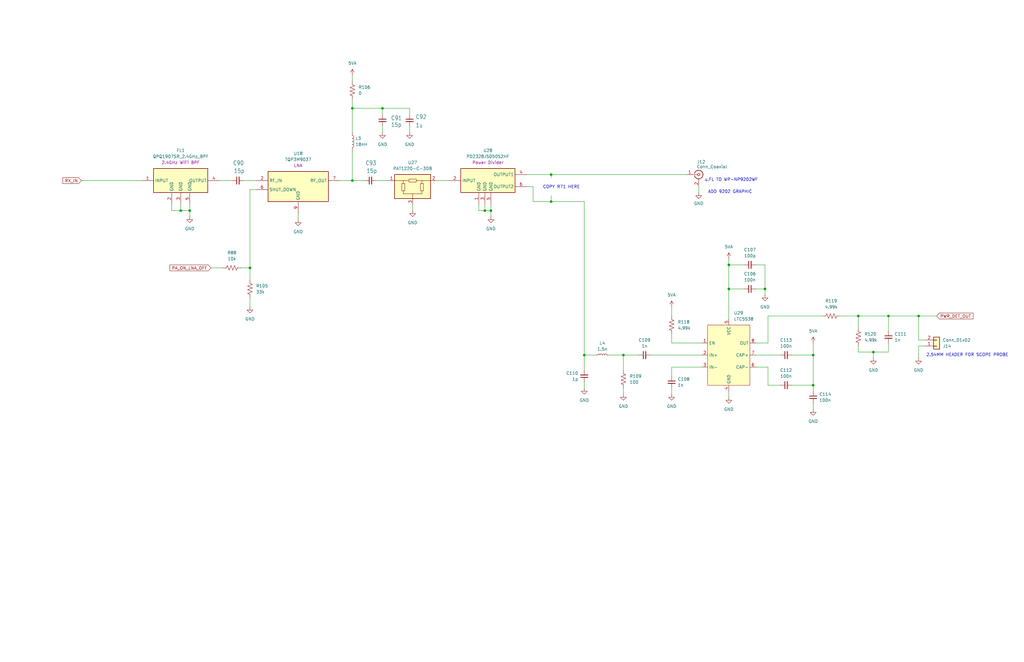
<source format=kicad_sch>
(kicad_sch (version 20250114) (generator "eeschema") (generator_version "9.0")
  (paper "B")
  (title_block (date "2025-05-28") (rev "2"))
  (lib_symbols
    (symbol "Connector:Conn_Coaxial" (pin_names (offset 1.016) (hide yes))
      (property "Reference" "J" (at 0.254 3.048 0))
      (property "Value" "Conn_Coaxial" (at 2.921 0 90))
      (symbol "Conn_Coaxial_0_1"
        (polyline (pts (xy -2.54 0) (xy -0.508 0)))
        (arc (start -1.778 0.508) (mid 0.222 1.8083) (end 1.778 0) (stroke (width 0.254)))
        (arc (start 1.778 0) (mid 0.222 -1.808) (end -1.778 -0.508) (stroke (width 0.254)))
        (circle (center 0 0) (radius 0.508) (stroke (width 0.2032)))
        (polyline (pts (xy 0 -2.54) (xy 0 -1.778)))
      )
      (symbol "Conn_Coaxial_1_1"
        (pin passive line (at -5.08 0 0) (length 2.54) (name "In") (number "1"))
        (pin passive line (at 0 -5.08 90) (length 2.54) (name "Ext") (number "2"))
      )
    )
    (symbol "Connector_Generic:Conn_01x02" (pin_names (offset 1.016) (hide yes))
      (property "Reference" "J" (at 0 2.54 0))
      (property "Value" "Conn_01x02" (at 0 -5.08 0))
      (symbol "Conn_01x02_1_1"
        (rectangle (start -1.27 1.27) (end 1.27 -3.81) (stroke (width 0.254)) (fill (type background)))
        (rectangle (start -1.27 0.127) (end 0 -0.127) (stroke (width 0.1524)))
        (rectangle (start -1.27 -2.413) (end 0 -2.667) (stroke (width 0.1524)))
        (pin passive line (at -5.08 0 0) (length 3.81) (name "Pin_1") (number "1"))
        (pin passive line (at -5.08 -2.54 0) (length 3.81) (name "Pin_2") (number "2"))
      )
    )
    (symbol "Device:C_Small" (pin_numbers (hide yes)) (pin_names (offset 0.254) (hide yes))
      (property "Reference" "C" (at 0.254 1.778 0))
      (property "Value" "C_Small" (at 0.254 -2.032 0))
      (symbol "C_Small_0_1"
        (polyline (pts (xy -1.524 0.508) (xy 1.524 0.508)) (stroke (width 0.3048)))
        (polyline (pts (xy -1.524 -0.508) (xy 1.524 -0.508)) (stroke (width 0.3302)))
      )
      (symbol "C_Small_1_1"
        (pin passive line (at 0 2.54 270) (length 2.032) (name "~") (number "1"))
        (pin passive line (at 0 -2.54 90) (length 2.032) (name "~") (number "2"))
      )
    )
    (symbol "Device:L" (pin_numbers (hide yes)) (pin_names (offset 1.016) (hide yes))
      (property "Reference" "L" (at -1.27 0 90))
      (property "Value" "L" (at 1.905 0 90))
      (symbol "L_0_1"
        (arc (start 0 2.54) (mid 0.6323 1.905) (end 0 1.27))
        (arc (start 0 1.27) (mid 0.6323 0.635) (end 0 0))
        (arc (start 0 0) (mid 0.6323 -0.635) (end 0 -1.27))
        (arc (start 0 -1.27) (mid 0.6323 -1.905) (end 0 -2.54))
      )
      (symbol "L_1_1"
        (pin passive line (at 0 3.81 270) (length 1.27) (name "1") (number "1"))
        (pin passive line (at 0 -3.81 90) (length 1.27) (name "2") (number "2"))
      )
    )
    (symbol "Device:L_Small" (pin_numbers (hide yes)) (pin_names (offset 0.254) (hide yes))
      (property "Reference" "L" (at 0.762 1.016 0))
      (property "Value" "L_Small" (at 0.762 -1.016 0))
      (symbol "L_Small_0_1"
        (arc (start 0 2.032) (mid 0.5058 1.524) (end 0 1.016))
        (arc (start 0 1.016) (mid 0.5058 0.508) (end 0 0))
        (arc (start 0 0) (mid 0.5058 -0.508) (end 0 -1.016))
        (arc (start 0 -1.016) (mid 0.5058 -1.524) (end 0 -2.032))
      )
      (symbol "L_Small_1_1"
        (pin passive line (at 0 2.54 270) (length 0.508) (name "~") (number "1"))
        (pin passive line (at 0 -2.54 90) (length 0.508) (name "~") (number "2"))
      )
    )
    (symbol "Device:R_US" (pin_numbers (hide yes)) (pin_names (offset 0))
      (property "Reference" "R" (at 2.54 0 90))
      (property "Value" "R_US" (at -2.54 0 90))
      (symbol "R_US_0_1"
        (polyline (pts (xy 0 2.286) (xy 0 2.54)))
        (polyline (pts (xy 0 2.286) (xy 1.016 1.905) (xy 0 1.524) (xy -1.016 1.143) (xy 0 0.762)))
        (polyline (pts (xy 0 0.762) (xy 1.016 0.381) (xy 0 0) (xy -1.016 -0.381) (xy 0 -0.762)))
        (polyline (pts (xy 0 -0.762) (xy 1.016 -1.143) (xy 0 -1.524) (xy -1.016 -1.905) (xy 0 -2.286)))
        (polyline (pts (xy 0 -2.286) (xy 0 -2.54)))
      )
      (symbol "R_US_1_1"
        (pin passive line (at 0 3.81 270) (length 1.27) (name "~") (number "1"))
        (pin passive line (at 0 -3.81 90) (length 1.27) (name "~") (number "2"))
      )
    )
    (symbol "RF:PAT1220-C-3DB"
      (property "Reference" "U" (at -6.35 6.35 0))
      (property "Value" "PAT1220-C-3DB" (at 5.08 6.35 0))
      (symbol "PAT1220-C-3DB_0_1"
        (rectangle (start -7.62 5.08) (end 7.62 -5.08) (stroke (width 0.254)) (fill (type background)))
        (polyline (pts (xy -3.937 1.27) (xy -3.937 2.54)))
        (polyline (pts (xy -3.937 -3.048) (xy 3.937 -3.048)))
        (polyline (pts (xy -1.524 2.54) (xy -7.62 2.54)))
        (polyline (pts (xy 0 -5.08) (xy 0 -3.048)))
        (polyline (pts (xy 3.937 1.27) (xy 3.937 2.54)))
        (pin passive line (at 0 -7.62 90) (length 2.54) (name "~") (number "3"))
      )
      (symbol "PAT1220-C-3DB_1_1"
        (rectangle (start -4.572 -1.778) (end -3.302 1.27))
        (polyline (pts (xy -3.937 -3.048) (xy -3.937 -1.778)))
        (rectangle (start -1.524 3.175) (end 1.524 1.905))
        (rectangle (start 3.302 -1.778) (end 4.572 1.27))
        (polyline (pts (xy 3.937 -3.048) (xy 3.937 -1.778)))
        (polyline (pts (xy 7.62 2.54) (xy 1.524 2.54)))
        (pin passive line (at -10.16 2.54 0) (length 2.54) (name "~") (number "1"))
        (pin passive line (at 10.16 2.54 180) (length 2.54) (name "~") (number "2"))
      )
    )
    (symbol "oresat-ics:LTC5538"
      (property "Reference" "U" (at 4.318 16.256 0))
      (property "Value" "LTC5538" (at 7.62 13.97 0))
      (symbol "LTC5538_1_1"
        (rectangle (start -8.89 12.7) (end 8.89 -12.7) (fill (type background)))
        (pin input line (at -11.43 5.08 0) (length 2.54) (name "EN") (number "1"))
        (pin bidirectional line (at -11.43 0 0) (length 2.54) (name "IN+") (number "2"))
        (pin bidirectional line (at -11.43 -5.08 0) (length 2.54) (name "IN-") (number "3"))
        (pin power_in line (at 0 15.24 270) (length 2.54) (name "VCC") (number "5"))
        (pin power_out line (at 0 -15.24 90) (length 2.54) (name "GND") (number "4"))
        (pin power_out line (at 0 -15.24 90) (length 2.54) (hide yes) (name "GND") (number "9"))
        (pin output line (at 11.43 5.08 180) (length 2.54) (name "OUT") (number "8"))
        (pin bidirectional line (at 11.43 0 180) (length 2.54) (name "CAP+") (number "7"))
        (pin bidirectional line (at 11.43 -5.08 180) (length 2.54) (name "CAP-") (number "6"))
      )
    )
    (symbol "oresat-ics:PD2328J5050S2HF"
      (property "Reference" "U25" (at 15.494 9.906 0))
      (property "Value" "PD2328J5050S2HF" (at 16.764 7.112 0))
      (property "Description" "Power Divider 50ohm 2300 - 2800 MHz" (at 15.748 4.572 0))
      (symbol "PD2328J5050S2HF_1_1"
        (rectangle (start 5.08 2.54) (end 27.94 -7.62) (stroke (width 0.254)) (fill (type background)))
        (pin passive line (at 0 -2.54 0) (length 5.08) (name "INPUT") (number "2"))
        (pin passive line (at 12.7 -12.7 90) (length 5.08) (name "GND") (number "1"))
        (pin passive line (at 15.24 -12.7 90) (length 5.08) (name "GND") (number "3"))
        (pin passive line (at 17.78 -12.7 90) (length 5.08) (name "GND") (number "5"))
        (pin passive line (at 33.02 0 180) (length 5.08) (name "OUTPUT1") (number "4"))
        (pin passive line (at 33.02 -5.08 180) (length 5.08) (name "OUTPUT2") (number "6"))
      )
    )
    (symbol "oresat-ics:QPQ1907SR_2.4GHz_BPF"
      (property "Reference" "FL1" (at 17.018 9.398 0))
      (property "Value" "QPQ1907SR_2.4GHz_BPF" (at 16.764 6.858 0))
      (property "Description" "2.4GHz WiFi BPF" (at 15.24 4.318 0))
      (symbol "QPQ1907SR_2.4GHz_BPF_1_1"
        (rectangle (start 5.08 2.54) (end 27.94 -7.62) (stroke (width 0.254)) (fill (type background)))
        (pin passive line (at 0 -2.54 0) (length 5.08) (name "INPUT") (number "1"))
        (pin passive line (at 12.7 -12.7 90) (length 5.08) (name "GND") (number "2"))
        (pin passive line (at 16.51 -12.7 90) (length 5.08) (name "GND") (number "3"))
        (pin passive line (at 20.32 -12.7 90) (length 5.08) (name "GND") (number "5"))
        (pin passive line (at 33.02 -2.54 180) (length 5.08) (name "OUTPUT") (number "4"))
      )
    )
    (symbol "oresat-ics:TQP3M9037_1"
      (property "Reference" "U26" (at 17.272 -4.572 0))
      (property "Value" "TQP3M9037" (at 16.764 -7.62 0))
      (property "Description" "LNA" (at 16.51 -10.16 0))
      (symbol "TQP3M9037_1_1_1"
        (rectangle (start 5.08 -12.7) (end 30.48 -25.4) (stroke (width 0.254)) (fill (type background)))
        (pin passive line (at 0 -16.51 0) (length 5.08) (name "RF_IN") (number "2"))
        (pin passive line (at 0 -20.32 0) (length 5.08) (name "SHUT_DOWN") (number "6"))
        (pin passive line (at 17.78 -30.48 90) (length 5.08) (name "GND") (number "9"))
        (pin no_connect line (at 22.86 -30.48 90) (length 5.08) (hide yes) (name "NC_3") (number "4"))
        (pin no_connect line (at 25.4 -30.48 90) (length 5.08) (hide yes) (name "NC_2") (number "3"))
        (pin no_connect line (at 29.21 -30.48 90) (length 5.08) (hide yes) (name "NC_1") (number "1"))
        (pin passive line (at 35.56 -16.51 180) (length 5.08) (name "RF_OUT") (number "7"))
        (pin no_connect line (at 35.56 -21.59 180) (length 5.08) (hide yes) (name "NC_4") (number "5"))
        (pin no_connect line (at 35.56 -24.13 180) (length 5.08) (hide yes) (name "NC_5") (number "8"))
      )
    )
    (symbol "oresat-power:5VA" (power) (pin_names (offset 0))
      (property "Value" "5VA" (at 0 3.556 0))
      (symbol "5VA_0_1"
        (polyline (pts (xy -0.762 1.27) (xy 0 2.54)))
        (polyline (pts (xy 0 2.54) (xy 0.762 1.27)))
        (polyline (pts (xy 0 0) (xy 0 2.54)))
      )
      (symbol "5VA_1_1"
        (pin power_in line (at 0 0 90) (length 0) (hide yes) (name "5VA") (number "1"))
      )
    )
    (symbol "power:GND" (power) (pin_numbers (hide yes)) (pin_names (offset 0) (hide yes))
      (property "Value" "GND" (at 0 -3.81 0))
      (symbol "GND_0_1"
        (polyline (pts (xy 0 0) (xy 0 -1.27) (xy 1.27 -1.27) (xy 0 -2.54) (xy -1.27 -1.27) (xy 0 -1.27)))
      )
      (symbol "GND_1_1"
        (pin power_in line (at 0 0 270) (length 0) (name "~") (number "1"))
      )
    )
  )
  (text "u.FL TO WP-NP9202WF" (at 308.356 75.946 0) (effects (font (size 1.27 1.27))))
  (text "2.54MM HEADER FOR SCOPE PROBE" (at 407.924 149.86 0) (effects (font (size 1.27 1.27))))
  (text "ADD 9202 GRAPHIC" (at 307.848 81.026 0) (effects (font (size 1.27 1.27))))
  (text "COPY R71 HERE\n" (at 236.728 78.994 0) (effects (font (size 1.27 1.27))))
  (junction (at 262.89 149.86))
  (junction (at 374.65 133.35))
  (junction (at 342.9 149.86))
  (junction (at 361.95 133.35))
  (junction (at 207.01 88.9))
  (junction (at 246.38 149.86))
  (junction (at 148.59 45.72))
  (junction (at 105.41 113.03))
  (junction (at 368.3 148.59))
  (junction (at 80.01 88.9))
  (junction (at 322.58 121.92))
  (junction (at 204.47 88.9))
  (junction (at 161.29 45.72))
  (junction (at 342.9 162.56))
  (junction (at 232.41 85.09))
  (junction (at 307.34 111.76))
  (junction (at 387.35 133.35))
  (junction (at 232.41 73.66))
  (junction (at 148.59 76.2))
  (junction (at 76.2 88.9))
  (junction (at 307.34 121.92))
  (wire (pts (xy 80.01 86.36) (xy 80.01 88.9)))
  (wire (pts (xy 105.41 80.01) (xy 107.95 80.01)))
  (wire (pts (xy 105.41 80.01) (xy 105.41 113.03)))
  (wire (pts (xy 334.01 149.86) (xy 342.9 149.86)))
  (wire (pts (xy 374.65 133.35) (xy 374.65 139.7)))
  (wire (pts (xy 307.34 109.22) (xy 307.34 111.76)))
  (wire (pts (xy 295.91 154.94) (xy 283.21 154.94)))
  (wire (pts (xy 323.85 162.56) (xy 328.93 162.56)))
  (wire (pts (xy 232.41 85.09) (xy 246.38 85.09)))
  (wire (pts (xy 173.99 86.36) (xy 173.99 88.9)))
  (wire (pts (xy 342.9 170.18) (xy 342.9 172.72)))
  (wire (pts (xy 76.2 88.9) (xy 80.01 88.9)))
  (wire (pts (xy 283.21 154.94) (xy 283.21 158.75)))
  (wire (pts (xy 323.85 154.94) (xy 318.77 154.94)))
  (wire (pts (xy 148.59 76.2) (xy 153.67 76.2)))
  (wire (pts (xy 105.41 125.73) (xy 105.41 129.54)))
  (wire (pts (xy 80.01 88.9) (xy 80.01 91.44)))
  (wire (pts (xy 342.9 149.86) (xy 342.9 162.56)))
  (wire (pts (xy 246.38 161.29) (xy 246.38 163.83)))
  (wire (pts (xy 246.38 85.09) (xy 246.38 149.86)))
  (wire (pts (xy 148.59 31.75) (xy 148.59 34.29)))
  (wire (pts (xy 201.93 86.36) (xy 201.93 88.9)))
  (wire (pts (xy 307.34 111.76) (xy 313.69 111.76)))
  (wire (pts (xy 307.34 121.92) (xy 313.69 121.92)))
  (wire (pts (xy 161.29 55.88) (xy 161.29 53.34)))
  (wire (pts (xy 283.21 144.78) (xy 295.91 144.78)))
  (wire (pts (xy 294.64 78.74) (xy 294.64 81.28)))
  (wire (pts (xy 334.01 162.56) (xy 342.9 162.56)))
  (wire (pts (xy 224.79 85.09) (xy 232.41 85.09)))
  (wire (pts (xy 148.59 45.72) (xy 161.29 45.72)))
  (wire (pts (xy 246.38 149.86) (xy 251.46 149.86)))
  (wire (pts (xy 368.3 148.59) (xy 368.3 151.13)))
  (wire (pts (xy 148.59 41.91) (xy 148.59 45.72)))
  (wire (pts (xy 256.54 149.86) (xy 262.89 149.86)))
  (wire (pts (xy 204.47 86.36) (xy 204.47 88.9)))
  (wire (pts (xy 323.85 162.56) (xy 323.85 154.94)))
  (wire (pts (xy 342.9 144.78) (xy 342.9 149.86)))
  (wire (pts (xy 76.2 86.36) (xy 76.2 88.9)))
  (wire (pts (xy 361.95 146.05) (xy 361.95 148.59)))
  (wire (pts (xy 387.35 133.35) (xy 394.97 133.35)))
  (wire (pts (xy 342.9 162.56) (xy 342.9 165.1)))
  (wire (pts (xy 262.89 149.86) (xy 262.89 156.21)))
  (wire (pts (xy 283.21 140.97) (xy 283.21 144.78)))
  (wire (pts (xy 283.21 163.83) (xy 283.21 166.37)))
  (wire (pts (xy 283.21 129.54) (xy 283.21 133.35)))
  (wire (pts (xy 204.47 88.9) (xy 207.01 88.9)))
  (wire (pts (xy 323.85 133.35) (xy 346.71 133.35)))
  (wire (pts (xy 322.58 121.92) (xy 322.58 124.46)))
  (wire (pts (xy 143.51 76.2) (xy 148.59 76.2)))
  (wire (pts (xy 172.72 45.72) (xy 172.72 48.26)))
  (wire (pts (xy 368.3 148.59) (xy 374.65 148.59)))
  (wire (pts (xy 374.65 133.35) (xy 387.35 133.35)))
  (wire (pts (xy 361.95 133.35) (xy 361.95 138.43)))
  (wire (pts (xy 72.39 86.36) (xy 72.39 88.9)))
  (wire (pts (xy 158.75 76.2) (xy 163.83 76.2)))
  (wire (pts (xy 222.25 73.66) (xy 232.41 73.66)))
  (wire (pts (xy 262.89 163.83) (xy 262.89 166.37)))
  (wire (pts (xy 307.34 165.1) (xy 307.34 167.64)))
  (wire (pts (xy 387.35 146.05) (xy 387.35 151.13)))
  (wire (pts (xy 232.41 73.66) (xy 232.41 74.93)))
  (wire (pts (xy 105.41 118.11) (xy 105.41 113.03)))
  (wire (pts (xy 389.89 143.51) (xy 387.35 143.51)))
  (wire (pts (xy 148.59 45.72) (xy 148.59 55.88)))
  (wire (pts (xy 207.01 86.36) (xy 207.01 88.9)))
  (wire (pts (xy 246.38 156.21) (xy 246.38 149.86)))
  (wire (pts (xy 387.35 146.05) (xy 389.89 146.05)))
  (wire (pts (xy 224.79 85.09) (xy 224.79 78.74)))
  (wire (pts (xy 34.29 76.2) (xy 59.69 76.2)))
  (wire (pts (xy 201.93 88.9) (xy 204.47 88.9)))
  (wire (pts (xy 387.35 133.35) (xy 387.35 143.51)))
  (wire (pts (xy 322.58 111.76) (xy 318.77 111.76)))
  (wire (pts (xy 274.32 149.86) (xy 295.91 149.86)))
  (wire (pts (xy 307.34 111.76) (xy 307.34 121.92)))
  (wire (pts (xy 88.9 113.03) (xy 93.98 113.03)))
  (wire (pts (xy 361.95 133.35) (xy 374.65 133.35)))
  (wire (pts (xy 318.77 121.92) (xy 322.58 121.92)))
  (wire (pts (xy 148.59 63.5) (xy 148.59 76.2)))
  (wire (pts (xy 232.41 73.66) (xy 289.56 73.66)))
  (wire (pts (xy 307.34 121.92) (xy 307.34 134.62)))
  (wire (pts (xy 323.85 133.35) (xy 323.85 144.78)))
  (wire (pts (xy 207.01 88.9) (xy 207.01 91.44)))
  (wire (pts (xy 232.41 82.55) (xy 232.41 85.09)))
  (wire (pts (xy 125.73 90.17) (xy 125.73 92.71)))
  (wire (pts (xy 323.85 144.78) (xy 318.77 144.78)))
  (wire (pts (xy 184.15 76.2) (xy 189.23 76.2)))
  (wire (pts (xy 354.33 133.35) (xy 361.95 133.35)))
  (wire (pts (xy 224.79 78.74) (xy 222.25 78.74)))
  (wire (pts (xy 262.89 149.86) (xy 269.24 149.86)))
  (wire (pts (xy 374.65 148.59) (xy 374.65 144.78)))
  (wire (pts (xy 101.6 113.03) (xy 105.41 113.03)))
  (wire (pts (xy 318.77 149.86) (xy 328.93 149.86)))
  (wire (pts (xy 102.87 76.2) (xy 107.95 76.2)))
  (wire (pts (xy 92.71 76.2) (xy 97.79 76.2)))
  (wire (pts (xy 361.95 148.59) (xy 368.3 148.59)))
  (wire (pts (xy 322.58 121.92) (xy 322.58 111.76)))
  (wire (pts (xy 161.29 45.72) (xy 172.72 45.72)))
  (wire (pts (xy 72.39 88.9) (xy 76.2 88.9)))
  (wire (pts (xy 161.29 45.72) (xy 161.29 48.26)))
  (wire (pts (xy 172.72 55.88) (xy 172.72 53.34)))
  (global_label "PWR_DET_OUT" (shape input) (at 394.97 133.35 0) (property "Intersheetrefs" "${INTERSHEET_REFS}" (at 410.897 133.35 0) (effects (justify left))))
  (global_label "PA_ON_LNA_OFF" (shape input) (at 88.9 113.03 180) (property "Intersheetrefs" "${INTERSHEET_REFS}" (at 71.0375 113.03 0) (effects (justify right))))
  (global_label "RX_IN" (shape input) (at 34.29 76.2 180) (property "Intersheetrefs" "${INTERSHEET_REFS}" (at 25.9224 76.2 0) (effects (justify right))))
  (symbol (lib_id "oresat-power:5VA") (at 342.9 144.78 0) (unit 1)
    (property "Reference" "#5VA08" (effects (hide yes)))
    (property "Value" "5VA" (at 342.9 139.7 0))
  )
  (symbol (lib_id "Device:C_Small") (at 316.23 111.76 90) (mirror x) (unit 1)
    (property "Reference" "C107" (at 316.2363 105.41 90))
    (property "Value" "100p" (at 316.2363 107.95 90))
    (property "Description" "Unpolarized capacitor, small symbol" (effects (hide yes)))
  )
  (symbol (lib_id "Device:C_Small") (at 342.9 167.64 0) (mirror y) (unit 1)
    (property "Reference" "C114" (at 345.44 166.3762 0) (effects (justify right)))
    (property "Value" "100n" (at 345.44 168.9162 0) (effects (justify right)))
    (property "Description" "Unpolarized capacitor, small symbol" (effects (hide yes)))
  )
  (symbol (lib_id "power:GND") (at 387.35 151.13 0) (unit 1)
    (property "Reference" "#PWR0147" (effects (hide yes)))
    (property "Value" "GND" (at 387.35 156.21 0))
    (property "Description" "Power symbol creates a global label with name \"GND\" , ground" (effects (hide yes)))
  )
  (symbol (lib_id "Device:C_Small") (at 331.47 162.56 90) (mirror x) (unit 1)
    (property "Reference" "C112" (at 331.4763 156.21 90))
    (property "Value" "100n" (at 331.4763 158.75 90))
    (property "Description" "Unpolarized capacitor, small symbol" (effects (hide yes)))
  )
  (symbol (lib_id "power:GND") (at 207.01 91.44 0) (unit 1)
    (property "Reference" "#PWR0116" (effects (hide yes)))
    (property "Value" "GND" (at 207.01 96.52 0))
    (property "Description" "Power symbol creates a global label with name \"GND\" , ground" (effects (hide yes)))
  )
  (symbol (lib_id "Device:C_Small") (at 374.65 142.24 0) (mirror y) (unit 1)
    (property "Reference" "C111" (at 377.19 140.9762 0) (effects (justify right)))
    (property "Value" "1n" (at 377.19 143.5162 0) (effects (justify right)))
    (property "Description" "Unpolarized capacitor, small symbol" (effects (hide yes)))
  )
  (symbol (lib_id "Device:C_Small") (at 161.29 50.8 0) (unit 1)
    (property "Reference" "C91" (at 164.846 50.8 0) (effects (font (size 1.778 1.5113)) (justify left bottom)))
    (property "Value" "15p" (at 164.846 53.594 0) (effects (font (size 1.778 1.5113)) (justify left bottom)))
    (property "Footprint" "oresat-passives:0402-C-NOSILK" (effects (hide yes)))
    (property "Description" "CAP CER 15PF 50V C0G/NP0 0402" (effects (hide yes)))
    (property "Distributor" "DigiKey" (effects (hide yes)))
    (property "MPN" "GJM1555C1H150JB01D" (effects (hide yes)))
    (property "MFR" "Murata Electronics" (effects (hide yes)))
    (property "DPN" "490-3117-1-ND" (effects (hide yes)))
  )
  (symbol (lib_id "Connector_Generic:Conn_01x02") (at 394.97 146.05 0) (mirror x) (unit 1)
    (property "Reference" "J14" (at 397.51 146.0501 0) (effects (justify left)))
    (property "Value" "Conn_01x02" (at 397.51 143.5101 0) (effects (justify left)))
    (property "Description" "Generic connector, single row, 01x02, script generated (kicad-library-utils/schlib/autogen/connector/)" (effects (hide yes)))
  )
  (symbol (lib_id "Device:C_Small") (at 246.38 158.75 0) (mirror x) (unit 1)
    (property "Reference" "C110" (at 243.84 157.4735 0) (effects (justify right)))
    (property "Value" "1p" (at 243.84 160.0135 0) (effects (justify right)))
    (property "Description" "Unpolarized capacitor, small symbol" (effects (hide yes)))
  )
  (symbol (lib_id "Device:R_US") (at 262.89 160.02 0) (unit 1)
    (property "Reference" "R109" (at 265.43 158.7499 0) (effects (justify left)))
    (property "Value" "100" (at 265.43 161.2899 0) (effects (justify left)))
    (property "Description" "Resistor, US symbol" (effects (hide yes)))
  )
  (symbol (lib_id "Device:R_US") (at 105.41 121.92 0) (unit 1)
    (property "Reference" "R105" (at 107.95 120.6499 0) (effects (justify left)))
    (property "Value" "33k" (at 107.95 123.1899 0) (effects (justify left)))
    (property "Description" "Resistor, US symbol" (effects (hide yes)))
  )
  (symbol (lib_id "power:GND") (at 125.73 92.71 0) (unit 1)
    (property "Reference" "#PWR0118" (effects (hide yes)))
    (property "Value" "GND" (at 125.73 97.79 0))
    (property "Description" "Power symbol creates a global label with name \"GND\" , ground" (effects (hide yes)))
  )
  (symbol (lib_id "Device:C_Small") (at 271.78 149.86 90) (mirror x) (unit 1)
    (property "Reference" "C109" (at 271.7863 143.51 90))
    (property "Value" "1n" (at 271.7863 146.05 90))
    (property "Description" "Unpolarized capacitor, small symbol" (effects (hide yes)))
  )
  (symbol (lib_id "power:GND") (at 322.58 124.46 0) (unit 1)
    (property "Reference" "#PWR0122" (effects (hide yes)))
    (property "Value" "GND" (at 322.58 129.54 0))
    (property "Description" "Power symbol creates a global label with name \"GND\" , ground" (effects (hide yes)))
  )
  (symbol (lib_id "RF:PAT1220-C-3DB") (at 173.99 78.74 0) (unit 1)
    (property "Reference" "U27" (at 173.99 68.58 0))
    (property "Value" "PAT1220-C-3DB" (at 173.99 71.12 0))
    (property "Footprint" "RF_Converter:RF_Attenuator_Susumu_PAT1220" (effects (hide yes)))
    (property "Datasheet" "https://www.susumu.co.jp/common/pdf/n_catalog_partition16_en.pdf" (effects (hide yes)))
    (property "Description" "10GHz RF Attenuator, 50ohm Matched Impedance, 3dB Attenuation, PAT1220" (effects (hide yes)))
  )
  (symbol (lib_id "power:GND") (at 173.99 88.9 0) (unit 1)
    (property "Reference" "#PWR0117" (effects (hide yes)))
    (property "Value" "GND" (at 173.99 93.98 0))
    (property "Description" "Power symbol creates a global label with name \"GND\" , ground" (effects (hide yes)))
  )
  (symbol (lib_id "Device:L") (at 148.59 59.69 0) (unit 1)
    (property "Reference" "L3" (at 149.86 58.4199 0) (effects (justify left)))
    (property "Value" "18nH" (at 149.86 60.9599 0) (effects (justify left)))
    (property "Footprint" "oresat-passives:0603-C-NOSILK" (effects (hide yes)))
    (property "Datasheet" "https://www.coilcraft.com/getmedia/f3d98f97-cbe2-41fa-b3a9-518f674e881e/0603dc.pdf" (effects (hide yes)))
    (property "Description" "FIXED IND 18NH 2A 78 MOHM SMD" (effects (hide yes)))
    (property "MPN" "0603DC-18NXJRW" (effects (hide yes)))
    (property "MFR" "Coilcraft" (effects (hide yes)))
    (property "DPN" "994-0603DC-18NXJRW" (effects (hide yes)))
    (property "Distributor" "Mouser" (effects (hide yes)))
  )
  (symbol (lib_id "Device:C_Small") (at 283.21 161.29 0) (mirror y) (unit 1)
    (property "Reference" "C108" (at 285.75 160.0262 0) (effects (justify right)))
    (property "Value" "1n" (at 285.75 162.5662 0) (effects (justify right)))
    (property "Description" "Unpolarized capacitor, small symbol" (effects (hide yes)))
  )
  (symbol (lib_id "power:GND") (at 294.64 81.28 0) (unit 1)
    (property "Reference" "#PWR0119" (effects (hide yes)))
    (property "Value" "GND" (at 294.64 85.852 0))
    (property "Description" "Power symbol creates a global label with name \"GND\" , ground" (effects (hide yes)))
  )
  (symbol (lib_id "Device:R_US") (at 350.52 133.35 90) (unit 1)
    (property "Reference" "R119" (at 350.52 127 90))
    (property "Value" "4.99k" (at 350.52 129.54 90))
    (property "Description" "Resistor, US symbol" (effects (hide yes)))
  )
  (symbol (lib_id "power:GND") (at 283.21 166.37 0) (unit 1)
    (property "Reference" "#PWR0141" (effects (hide yes)))
    (property "Value" "GND" (at 283.21 171.45 0))
    (property "Description" "Power symbol creates a global label with name \"GND\" , ground" (effects (hide yes)))
  )
  (symbol (lib_id "power:GND") (at 105.41 129.54 0) (unit 1)
    (property "Reference" "#PWR0121" (effects (hide yes)))
    (property "Value" "GND" (at 105.41 134.62 0))
    (property "Description" "Power symbol creates a global label with name \"GND\" , ground" (effects (hide yes)))
  )
  (symbol (lib_id "Connector:Conn_Coaxial") (at 294.64 73.66 0) (unit 1)
    (property "Reference" "J12" (at 295.656 68.326 0))
    (property "Value" "Conn_Coaxial" (at 300.228 70.358 0))
    (property "Footprint" "Connector_Coaxial:U.FL_Molex_MCRF_73412-0110_Vertical" (effects (hide yes)))
    (property "Datasheet" " ~" (effects (hide yes)))
  )
  (symbol (lib_id "oresat-power:5VA") (at 307.34 109.22 0) (unit 1)
    (property "Reference" "#5VA06" (effects (hide yes)))
    (property "Value" "5VA" (at 307.34 104.14 0))
  )
  (symbol (lib_id "oresat-power:5VA") (at 283.21 129.54 0) (unit 1)
    (property "Reference" "#5VA07" (effects (hide yes)))
    (property "Value" "5VA" (at 283.21 124.46 0))
  )
  (symbol (lib_id "Device:R_US") (at 97.79 113.03 270) (unit 1)
    (property "Reference" "R88" (at 97.79 106.68 90))
    (property "Value" "10k" (at 97.79 109.22 90))
    (property "Description" "Resistor, US symbol" (effects (hide yes)))
  )
  (symbol (lib_id "Device:C_Small") (at 100.33 76.2 90) (unit 1)
    (property "Reference" "C90" (at 102.87 67.818 90) (effects (font (size 1.778 1.5113)) (justify left bottom)))
    (property "Value" "15p" (at 103.124 71.12 90) (effects (font (size 1.778 1.5113)) (justify left bottom)))
    (property "Footprint" "oresat-passives:0402-C-NOSILK" (effects (hide yes)))
    (property "Description" "CAP CER 15PF 50V C0G/NP0 0402" (effects (hide yes)))
    (property "Distributor" "DigiKey" (effects (hide yes)))
    (property "MPN" "GJM1555C1H150JB01D" (effects (hide yes)))
    (property "MFR" "Murata Electronics" (effects (hide yes)))
    (property "DPN" "490-3117-1-ND" (effects (hide yes)))
  )
  (symbol (lib_id "power:GND") (at 161.29 55.88 0) (unit 1)
    (property "Reference" "#PWR0113" (effects (hide yes)))
    (property "Value" "GND" (at 161.29 60.96 0))
    (property "Description" "Power symbol creates a global label with name \"GND\" , ground" (effects (hide yes)))
  )
  (symbol (lib_id "oresat-ics:TQP3M9037_1") (at 107.95 59.69 0) (unit 1)
    (property "Reference" "U18" (at 125.73 64.77 0))
    (property "Value" "TQP3M9037" (at 125.73 67.31 0))
    (property "Footprint" "SON50P200X200X95-9N-D" (effects (hide yes)))
    (property "Datasheet" "https://www.qorvo.com/products/d/da005549" (effects (hide yes)))
    (property "Description" "LNA" (at 125.73 69.85 0))
    (property "Height" "0.95" (effects (hide yes)))
    (property "MFR" "Qorvo" (effects (hide yes)))
    (property "MPN" "TQP3M9037" (effects (hide yes)))
    (property "Mouser Part Number" "772-TQP3M9037" (effects (hide yes)))
    (property "Mouser Price/Stock" "https://www.mouser.co.uk/ProductDetail/Qorvo/TQP3M9037?qs=73ok1p1Z9vsY6%252BSqiDpCeg%3D%3D" (effects (hide yes)))
  )
  (symbol (lib_id "power:GND") (at 342.9 172.72 0) (unit 1)
    (property "Reference" "#PWR0145" (effects (hide yes)))
    (property "Value" "GND" (at 342.9 177.8 0))
    (property "Description" "Power symbol creates a global label with name \"GND\" , ground" (effects (hide yes)))
  )
  (symbol (lib_id "oresat-ics:PD2328J5050S2HF") (at 189.23 73.66 0) (unit 1)
    (property "Reference" "U28" (at 205.74 63.5 0))
    (property "Value" "PD2328J5050S2HF" (at 205.74 66.04 0))
    (property "Footprint" "PD2328J5050S2HF" (effects (hide yes)))
    (property "Datasheet" "https://cdn.ttm.com/repository/products/wireless-xinger/power-dividers/PD2328J5050S2HF/PD2328J5050S2HF.pdf" (effects (hide yes)))
    (property "Description" "Power Divider" (at 205.74 68.58 0))
    (property "Height" "0.58" (effects (hide yes)))
    (property "MFR" "ANAREN" (effects (hide yes)))
    (property "MPN" "PD2328J5050S2HF" (effects (hide yes)))
    (property "Mouser Part Number" "620-PD2328J5050S2HF" (effects (hide yes)))
    (property "Mouser Price/Stock" "https://www.mouser.co.uk/ProductDetail/Anaren/PD2328J5050S2HF?qs=61pwXRo0i5ghxO%2FqzA2OdA%3D%3D" (effects (hide yes)))
  )
  (symbol (lib_id "oresat-power:5VA") (at 148.59 31.75 0) (unit 1)
    (property "Reference" "#5VA04" (effects (hide yes)))
    (property "Value" "5VA" (at 148.59 26.67 0))
  )
  (symbol (lib_id "oresat-ics:LTC5538") (at 307.34 149.86 0) (unit 1)
    (property "Reference" "U29" (at 309.4833 132.08 0) (effects (justify left)))
    (property "Value" "LTC5538" (at 309.4833 134.62 0) (effects (justify left)))
    (property "Description" "40MHz to 3.8GHz RF Power Detector with 75dB Dynamic Range" (effects (hide yes)))
  )
  (symbol (lib_id "Device:L_Small") (at 254 149.86 90) (unit 1)
    (property "Reference" "L4" (at 254 144.78 90))
    (property "Value" "1.5n" (at 254 147.32 90))
    (property "Description" "Inductor, small symbol" (effects (hide yes)))
  )
  (symbol (lib_id "Device:C_Small") (at 172.72 50.8 0) (unit 1)
    (property "Reference" "C92" (at 175.26 50.292 0) (effects (font (size 1.778 1.5113)) (justify left bottom)))
    (property "Value" "1u" (at 175.26 53.848 0) (effects (font (size 1.778 1.5113)) (justify left bottom)))
    (property "Footprint" "oresat-passives:0603-C-NOSILK" (effects (hide yes)))
    (property "Description" "CAP CER 1UF 16V X7R 0603" (effects (hide yes)))
    (property "Distributor" "DigiKey" (effects (hide yes)))
    (property "MPN" "CGA3E1X7R1E105M080AE" (effects (hide yes)))
    (property "DPN" "445-173717-1-ND" (effects (hide yes)))
    (property "MFR" "TDK Corporation " (effects (hide yes)))
  )
  (symbol (lib_id "Device:C_Small") (at 156.21 76.2 90) (unit 1)
    (property "Reference" "C93" (at 158.75 67.818 90) (effects (font (size 1.778 1.5113)) (justify left bottom)))
    (property "Value" "15p" (at 159.004 71.12 90) (effects (font (size 1.778 1.5113)) (justify left bottom)))
    (property "Footprint" "oresat-passives:0402-C-NOSILK" (effects (hide yes)))
    (property "Description" "CAP CER 15PF 50V C0G/NP0 0402" (effects (hide yes)))
    (property "Distributor" "DigiKey" (effects (hide yes)))
    (property "MPN" "GJM1555C1H150JB01D" (effects (hide yes)))
    (property "MFR" "Murata Electronics" (effects (hide yes)))
    (property "DPN" "490-3117-1-ND" (effects (hide yes)))
  )
  (symbol (lib_id "power:GND") (at 80.01 91.44 0) (unit 1)
    (property "Reference" "#PWR0115" (effects (hide yes)))
    (property "Value" "GND" (at 80.01 96.52 0))
    (property "Description" "Power symbol creates a global label with name \"GND\" , ground" (effects (hide yes)))
  )
  (symbol (lib_id "power:GND") (at 246.38 163.83 0) (unit 1)
    (property "Reference" "#PWR0143" (effects (hide yes)))
    (property "Value" "GND" (at 246.38 168.91 0))
    (property "Description" "Power symbol creates a global label with name \"GND\" , ground" (effects (hide yes)))
  )
  (symbol (lib_id "Device:C_Small") (at 331.47 149.86 90) (mirror x) (unit 1)
    (property "Reference" "C113" (at 331.4763 143.51 90))
    (property "Value" "100n" (at 331.4763 146.05 90))
    (property "Description" "Unpolarized capacitor, small symbol" (effects (hide yes)))
  )
  (symbol (lib_id "power:GND") (at 172.72 55.88 0) (unit 1)
    (property "Reference" "#PWR0114" (effects (hide yes)))
    (property "Value" "GND" (at 172.72 60.96 0))
    (property "Description" "Power symbol creates a global label with name \"GND\" , ground" (effects (hide yes)))
  )
  (symbol (lib_id "oresat-ics:QPQ1907SR_2.4GHz_BPF") (at 59.69 73.66 0) (unit 1)
    (property "Reference" "FL1" (at 76.2 63.5 0))
    (property "Value" "QPQ1907SR_2.4GHz_BPF" (at 76.2 66.04 0))
    (property "Footprint" "QPQ1907SR" (effects (hide yes)))
    (property "Datasheet" "https://www.qorvo.com/products/d/da006450" (effects (hide yes)))
    (property "Description" "2.4GHz WiFi BPF" (at 76.2 68.58 0))
    (property "Height" "0.975" (effects (hide yes)))
    (property "MFR" "Qorvo" (effects (hide yes)))
    (property "MPN" "QPQ1907SR" (effects (hide yes)))
  )
  (symbol (lib_id "power:GND") (at 307.34 167.64 0) (unit 1)
    (property "Reference" "#PWR0120" (effects (hide yes)))
    (property "Value" "GND" (at 307.34 172.72 0))
    (property "Description" "Power symbol creates a global label with name \"GND\" , ground" (effects (hide yes)))
  )
  (symbol (lib_id "power:GND") (at 262.89 166.37 0) (unit 1)
    (property "Reference" "#PWR0142" (effects (hide yes)))
    (property "Value" "GND" (at 262.89 171.45 0))
    (property "Description" "Power symbol creates a global label with name \"GND\" , ground" (effects (hide yes)))
  )
  (symbol (lib_id "Device:C_Small") (at 316.23 121.92 270) (mirror x) (unit 1)
    (property "Reference" "C106" (at 316.2236 115.57 90))
    (property "Value" "100n" (at 316.2236 118.11 90))
    (property "Description" "Unpolarized capacitor, small symbol" (effects (hide yes)))
  )
  (symbol (lib_id "Device:R_US") (at 283.21 137.16 0) (unit 1)
    (property "Reference" "R118" (at 285.75 135.8899 0) (effects (justify left)))
    (property "Value" "4.99k" (at 285.75 138.4299 0) (effects (justify left)))
    (property "Description" "Resistor, US symbol" (effects (hide yes)))
  )
  (symbol (lib_id "Device:R_US") (at 361.95 142.24 180) (unit 1)
    (property "Reference" "R120" (at 364.49 140.9699 0) (effects (justify right)))
    (property "Value" "4.99k" (at 364.49 143.5099 0) (effects (justify right)))
    (property "Description" "Resistor, US symbol" (effects (hide yes)))
  )
  (symbol (lib_id "power:GND") (at 368.3 151.13 0) (unit 1)
    (property "Reference" "#PWR0144" (effects (hide yes)))
    (property "Value" "GND" (at 368.3 156.21 0))
    (property "Description" "Power symbol creates a global label with name \"GND\" , ground" (effects (hide yes)))
  )
  (symbol (lib_id "Device:R_US") (at 148.59 38.1 180) (unit 1)
    (property "Reference" "R106" (at 151.13 36.8299 0) (effects (justify right)))
    (property "Value" "0" (at 151.13 39.3699 0) (effects (justify right)))
    (property "Description" "Resistor, US symbol" (effects (hide yes)))
  )
)
</source>
